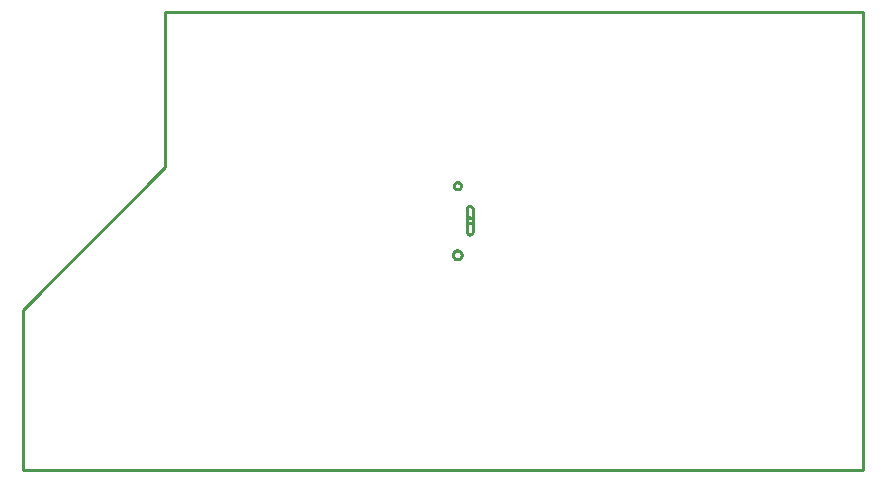
<source format=gbr>
G04 EAGLE Gerber X2 export*
%TF.Part,Single*%
%TF.FileFunction,Profile,NP*%
%TF.FilePolarity,Positive*%
%TF.GenerationSoftware,Autodesk,EAGLE,9.0.0*%
%TF.CreationDate,2018-08-29T12:33:52Z*%
G75*
%MOMM*%
%FSLAX34Y34*%
%LPD*%
%AMOC8*
5,1,8,0,0,1.08239X$1,22.5*%
G01*
%ADD10C,0.254000*%


D10*
X0Y76200D02*
X711200Y76200D01*
X711200Y463550D01*
X120701Y463550D01*
X120701Y332308D01*
X0Y211607D01*
X0Y76200D01*
X376046Y278028D02*
X376056Y277810D01*
X376084Y277594D01*
X376131Y277381D01*
X376197Y277173D01*
X376280Y276971D01*
X376381Y276778D01*
X376498Y276594D01*
X376631Y276421D01*
X376778Y276260D01*
X376939Y276113D01*
X377112Y275980D01*
X377296Y275863D01*
X377489Y275762D01*
X377691Y275679D01*
X377899Y275613D01*
X378112Y275566D01*
X378328Y275538D01*
X378546Y275528D01*
X378764Y275538D01*
X378980Y275566D01*
X379193Y275613D01*
X379401Y275679D01*
X379603Y275762D01*
X379796Y275863D01*
X379980Y275980D01*
X380153Y276113D01*
X380314Y276260D01*
X380461Y276421D01*
X380594Y276594D01*
X380711Y276778D01*
X380812Y276971D01*
X380895Y277173D01*
X380961Y277381D01*
X381008Y277594D01*
X381037Y277810D01*
X381046Y278028D01*
X381046Y297028D01*
X381037Y297246D01*
X381008Y297462D01*
X380961Y297675D01*
X380895Y297883D01*
X380812Y298085D01*
X380711Y298278D01*
X380594Y298462D01*
X380461Y298635D01*
X380314Y298796D01*
X380153Y298943D01*
X379980Y299076D01*
X379796Y299193D01*
X379603Y299294D01*
X379401Y299377D01*
X379193Y299443D01*
X378980Y299490D01*
X378764Y299519D01*
X378546Y299528D01*
X378328Y299519D01*
X378112Y299490D01*
X377899Y299443D01*
X377691Y299377D01*
X377489Y299294D01*
X377296Y299193D01*
X377112Y299076D01*
X376939Y298943D01*
X376778Y298796D01*
X376631Y298635D01*
X376498Y298462D01*
X376381Y298278D01*
X376280Y298085D01*
X376197Y297883D01*
X376131Y297675D01*
X376084Y297462D01*
X376056Y297246D01*
X376046Y297028D01*
X376046Y278028D01*
X367810Y313778D02*
X367344Y313852D01*
X366894Y313998D01*
X366474Y314212D01*
X366092Y314490D01*
X365758Y314824D01*
X365480Y315206D01*
X365266Y315626D01*
X365120Y316076D01*
X365046Y316542D01*
X365046Y317014D01*
X365120Y317481D01*
X365266Y317930D01*
X365480Y318350D01*
X365758Y318732D01*
X366092Y319066D01*
X366474Y319344D01*
X366894Y319558D01*
X367344Y319704D01*
X367810Y319778D01*
X368282Y319778D01*
X368749Y319704D01*
X369198Y319558D01*
X369618Y319344D01*
X370000Y319066D01*
X370334Y318732D01*
X370612Y318350D01*
X370826Y317930D01*
X370972Y317481D01*
X371046Y317014D01*
X371046Y316542D01*
X370972Y316076D01*
X370826Y315626D01*
X370612Y315206D01*
X370334Y314824D01*
X370000Y314490D01*
X369618Y314212D01*
X369198Y313998D01*
X368749Y313852D01*
X368282Y313778D01*
X367810Y313778D01*
X367800Y254528D02*
X367313Y254592D01*
X366838Y254719D01*
X366384Y254908D01*
X365958Y255153D01*
X365568Y255453D01*
X365221Y255800D01*
X364921Y256190D01*
X364676Y256616D01*
X364487Y257070D01*
X364360Y257545D01*
X364296Y258032D01*
X364296Y258524D01*
X364360Y259011D01*
X364487Y259486D01*
X364676Y259940D01*
X364921Y260366D01*
X365221Y260756D01*
X365568Y261103D01*
X365958Y261403D01*
X366384Y261649D01*
X366838Y261837D01*
X367313Y261964D01*
X367800Y262028D01*
X368292Y262028D01*
X368779Y261964D01*
X369254Y261837D01*
X369708Y261649D01*
X370134Y261403D01*
X370524Y261103D01*
X370871Y260756D01*
X371171Y260366D01*
X371417Y259940D01*
X371605Y259486D01*
X371732Y259011D01*
X371796Y258524D01*
X371796Y258032D01*
X371732Y257545D01*
X371605Y257070D01*
X371417Y256616D01*
X371171Y256190D01*
X370871Y255800D01*
X370524Y255453D01*
X370134Y255153D01*
X369708Y254908D01*
X369254Y254719D01*
X368779Y254592D01*
X368292Y254528D01*
X367800Y254528D01*
X378349Y285028D02*
X377961Y285090D01*
X377586Y285211D01*
X377236Y285390D01*
X376917Y285621D01*
X376639Y285899D01*
X376408Y286218D01*
X376229Y286568D01*
X376108Y286943D01*
X376046Y287331D01*
X376046Y287725D01*
X376108Y288113D01*
X376229Y288488D01*
X376408Y288838D01*
X376639Y289157D01*
X376917Y289435D01*
X377236Y289666D01*
X377586Y289845D01*
X377961Y289966D01*
X378349Y290028D01*
X378743Y290028D01*
X379131Y289966D01*
X379506Y289845D01*
X379856Y289666D01*
X380175Y289435D01*
X380453Y289157D01*
X380684Y288838D01*
X380863Y288488D01*
X380984Y288113D01*
X381046Y287725D01*
X381046Y287331D01*
X380984Y286943D01*
X380863Y286568D01*
X380684Y286218D01*
X380453Y285899D01*
X380175Y285621D01*
X379856Y285390D01*
X379506Y285211D01*
X379131Y285090D01*
X378743Y285028D01*
X378349Y285028D01*
M02*

</source>
